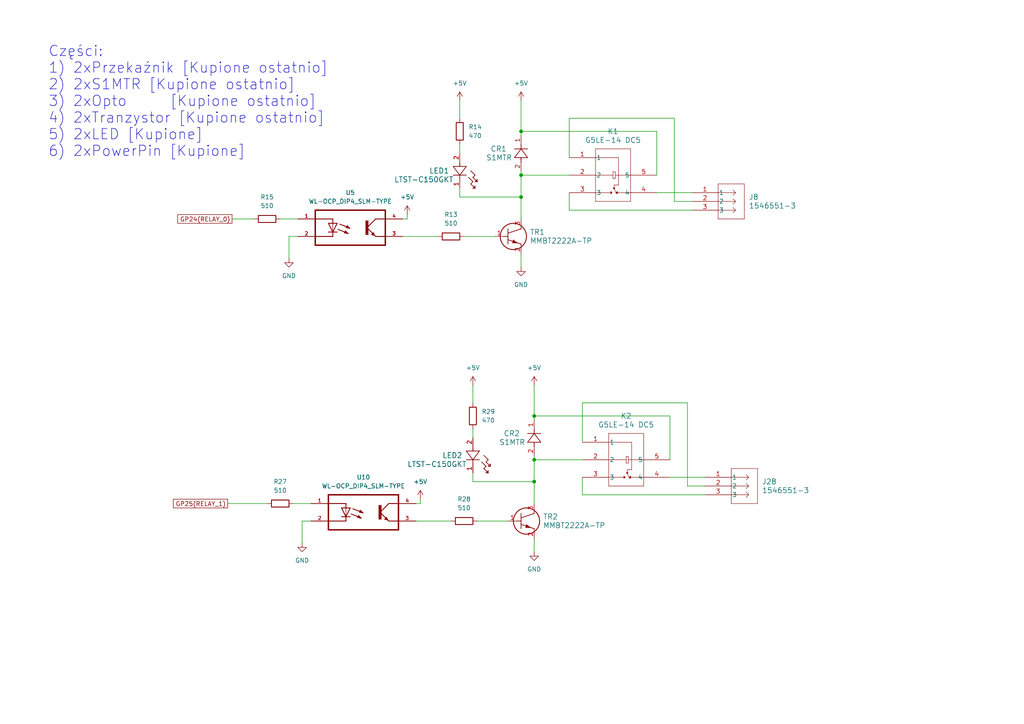
<source format=kicad_sch>
(kicad_sch (version 20230121) (generator eeschema)
  (paper "A4")
  (lib_symbols
    (symbol "1546551_3:1546551-3" (pin_names (offset 0.254))
      (property "Reference" "J" (at 10.16 5.08 0))
      (property "Value" "1546551-3" (at 11.43 5.08 0))
      (symbol "1546551-3_0_1"
        (polyline (pts (xy 7.62 -7.62) (xy 15.24 -7.62)) (stroke (width 0.127)))
        (polyline (pts (xy 7.62 -5.08) (xy 12.7 -5.08)) (stroke (width 0.127)))
        (polyline (pts (xy 7.62 -2.54) (xy 12.7 -2.54)) (stroke (width 0.127)))
        (polyline (pts (xy 7.62 0) (xy 12.7 0)) (stroke (width 0.127)))
        (polyline (pts (xy 7.62 2.54) (xy 7.62 -7.62)) (stroke (width 0.127)))
        (polyline (pts (xy 12.7 -5.08) (xy 11.938 -5.842)) (stroke (width 0.127)))
        (polyline (pts (xy 12.7 -5.08) (xy 11.938 -4.318)) (stroke (width 0.127)))
        (polyline (pts (xy 12.7 -2.54) (xy 11.938 -3.302)) (stroke (width 0.127)))
        (polyline (pts (xy 12.7 -2.54) (xy 11.938 -1.778)) (stroke (width 0.127)))
        (polyline (pts (xy 12.7 0) (xy 11.938 -0.762)) (stroke (width 0.127)))
        (polyline (pts (xy 12.7 0) (xy 11.938 0.762)) (stroke (width 0.127)))
        (polyline (pts (xy 15.24 -7.62) (xy 15.24 2.54)) (stroke (width 0.127)))
        (polyline (pts (xy 15.24 2.54) (xy 7.62 2.54)) (stroke (width 0.127)))
        (pin unspecified line (at 0 0 0) (length 7.62) (name "1") (number "1"))
        (pin unspecified line (at 0 -2.54 0) (length 7.62) (name "2") (number "2"))
        (pin unspecified line (at 0 -5.08 0) (length 7.62) (name "3") (number "3"))
      )
    )
    (symbol "Device:R" (pin_numbers hide) (pin_names (offset 0))
      (property "Reference" "R" (at 2.032 0 90))
      (property "Value" "R" (at 0 0 90))
      (symbol "R_0_1"
        (rectangle (start -1.016 -2.54) (end 1.016 2.54) (stroke (width 0.254)))
      )
      (symbol "R_1_1"
        (pin passive line (at 0 3.81 270) (length 1.27) (name "~") (number "1"))
        (pin passive line (at 0 -3.81 90) (length 1.27) (name "~") (number "2"))
      )
    )
    (symbol "G5LE_14_DC5:G5LE-14_DC5" (pin_names (offset 0.254))
      (property "Reference" "K" (at 12.7 7.62 0))
      (property "Value" "G5LE-14 DC5" (at 20.32 5.08 0))
      (symbol "G5LE-14_DC5_0_1"
        (polyline (pts (xy 7.62 -12.7) (xy 17.78 -12.7)) (stroke (width 0.127)))
        (polyline (pts (xy 7.62 -10.16) (xy 12.065 -10.16)) (stroke (width 0.127)))
        (polyline (pts (xy 7.62 -5.08) (xy 12.7 -5.08)) (stroke (width 0.127)))
        (polyline (pts (xy 7.62 0) (xy 14.2875 0)) (stroke (width 0.127)))
        (polyline (pts (xy 7.62 2.54) (xy 7.62 -12.7)) (stroke (width 0.127)))
        (polyline (pts (xy 12.065 -10.4775) (xy 12.3825 -10.16)) (stroke (width 0.127)))
        (polyline (pts (xy 12.065 -9.8425) (xy 12.065 -10.4775)) (stroke (width 0.127)))
        (polyline (pts (xy 12.3825 -10.16) (xy 12.065 -9.8425)) (stroke (width 0.127)))
        (polyline (pts (xy 12.7 -6.0325) (xy 13.335 -6.0325)) (stroke (width 0.127)))
        (polyline (pts (xy 12.7 -4.1275) (xy 12.7 -6.0325)) (stroke (width 0.127)))
        (polyline (pts (xy 12.7 -4.1275) (xy 13.335 -4.1275)) (stroke (width 0.127)))
        (polyline (pts (xy 13.0175 -8.89) (xy 13.0175 -7.9375)) (stroke (width 0.127)))
        (polyline (pts (xy 13.0175 -7.9375) (xy 14.2875 -7.9375)) (stroke (width 0.127)))
        (polyline (pts (xy 13.335 -5.08) (xy 17.78 -5.08)) (stroke (width 0.127)))
        (polyline (pts (xy 13.335 -4.1275) (xy 13.335 -6.0325)) (stroke (width 0.127)))
        (polyline (pts (xy 13.6525 -10.4775) (xy 13.0175 -8.89)) (stroke (width 0.127)))
        (polyline (pts (xy 13.6525 -10.16) (xy 13.97 -10.4775)) (stroke (width 0.127)))
        (polyline (pts (xy 13.6525 -10.16) (xy 13.97 -9.8425)) (stroke (width 0.127)))
        (polyline (pts (xy 13.6525 -10.16) (xy 17.78 -10.16)) (stroke (width 0.127)))
        (polyline (pts (xy 13.97 -9.8425) (xy 13.97 -10.4775)) (stroke (width 0.127)))
        (polyline (pts (xy 14.2875 0) (xy 14.2875 -7.9375)) (stroke (width 0.127)))
        (polyline (pts (xy 17.78 2.54) (xy 7.62 2.54)) (stroke (width 0.127)))
        (polyline (pts (xy 17.78 2.54) (xy 17.78 -12.7)) (stroke (width 0.127)))
        (polyline (pts (xy 12.065 -9.8425) (xy 12.3825 -10.16) (xy 12.065 -10.4775)) (fill (type outline)))
        (polyline (pts (xy 13.6525 -10.16) (xy 13.97 -9.8425) (xy 13.97 -10.4775)) (fill (type outline)))
        (circle (center 13.0175 -8.89) (radius 0.1524) (stroke (width 0.254)))
        (pin unspecified line (at 0 0 0) (length 7.62) (name "1") (number "1"))
        (pin unspecified line (at 0 -5.08 0) (length 7.62) (name "2") (number "2"))
        (pin unspecified line (at 0 -10.16 0) (length 7.62) (name "3") (number "3"))
        (pin unspecified line (at 25.4 -10.16 180) (length 7.62) (name "4") (number "4"))
        (pin unspecified line (at 25.4 -5.08 180) (length 7.62) (name "5") (number "5"))
      )
    )
    (symbol "LTST_C150GKT:LTST-C150GKT" (pin_names (offset 0.254))
      (property "Reference" "LED" (at 5.08 -4.445 0))
      (property "Value" "LTST-C150GKT" (at 5.08 -7.62 0))
      (symbol "LTST-C150GKT_1_1"
        (polyline (pts (xy 2.54 0) (xy 3.4798 0)) (stroke (width 0.2032)))
        (polyline (pts (xy 3.175 0) (xy 3.81 0)) (stroke (width 0.2032)))
        (polyline (pts (xy 3.81 -1.905) (xy 6.35 0)) (stroke (width 0.2032)))
        (polyline (pts (xy 3.81 1.905) (xy 3.81 -1.905)) (stroke (width 0.2032)))
        (polyline (pts (xy 5.08 3.175) (xy 6.35 4.445)) (stroke (width 0.2032)))
        (polyline (pts (xy 6.35 -1.905) (xy 6.35 1.905)) (stroke (width 0.2032)))
        (polyline (pts (xy 6.35 0) (xy 3.81 1.905)) (stroke (width 0.2032)))
        (polyline (pts (xy 6.35 0) (xy 7.62 0)) (stroke (width 0.2032)))
        (polyline (pts (xy 6.35 4.445) (xy 6.985 3.81)) (stroke (width 0.2032)))
        (polyline (pts (xy 6.985 2.54) (xy 8.255 3.81)) (stroke (width 0.2032)))
        (polyline (pts (xy 6.985 3.81) (xy 8.255 5.08)) (stroke (width 0.2032)))
        (polyline (pts (xy 7.62 5.08) (xy 8.255 4.445)) (stroke (width 0.2032)))
        (polyline (pts (xy 8.255 3.81) (xy 8.89 3.175)) (stroke (width 0.2032)))
        (polyline (pts (xy 8.255 4.445) (xy 8.255 5.08)) (stroke (width 0.2032)))
        (polyline (pts (xy 8.255 5.08) (xy 7.62 5.08)) (stroke (width 0.2032)))
        (polyline (pts (xy 8.89 3.175) (xy 10.16 4.445)) (stroke (width 0.2032)))
        (polyline (pts (xy 9.525 4.445) (xy 10.16 3.81)) (stroke (width 0.2032)))
        (polyline (pts (xy 10.16 3.81) (xy 10.16 4.445)) (stroke (width 0.2032)))
        (polyline (pts (xy 10.16 4.445) (xy 9.525 4.445)) (stroke (width 0.2032)))
        (pin unspecified line (at 10.16 0 180) (length 2.54) (name "") (number "1"))
        (pin unspecified line (at 0 0 0) (length 2.54) (name "") (number "2"))
      )
      (symbol "LTST-C150GKT_1_2"
        (polyline (pts (xy -5.08 7.62) (xy -4.445 8.255)) (stroke (width 0.2032)))
        (polyline (pts (xy -5.08 8.255) (xy -5.08 7.62)) (stroke (width 0.2032)))
        (polyline (pts (xy -4.445 6.35) (xy -3.81 6.985)) (stroke (width 0.2032)))
        (polyline (pts (xy -4.445 8.255) (xy -5.08 8.255)) (stroke (width 0.2032)))
        (polyline (pts (xy -4.445 9.525) (xy -3.81 10.16)) (stroke (width 0.2032)))
        (polyline (pts (xy -4.445 10.16) (xy -4.445 9.525)) (stroke (width 0.2032)))
        (polyline (pts (xy -3.81 6.985) (xy -5.08 8.255)) (stroke (width 0.2032)))
        (polyline (pts (xy -3.81 8.255) (xy -3.175 8.89)) (stroke (width 0.2032)))
        (polyline (pts (xy -3.81 10.16) (xy -4.445 10.16)) (stroke (width 0.2032)))
        (polyline (pts (xy -3.175 5.08) (xy -4.445 6.35)) (stroke (width 0.2032)))
        (polyline (pts (xy -3.175 8.89) (xy -4.445 10.16)) (stroke (width 0.2032)))
        (polyline (pts (xy -2.54 6.985) (xy -3.81 8.255)) (stroke (width 0.2032)))
        (polyline (pts (xy -1.905 3.81) (xy 1.905 3.81)) (stroke (width 0.2032)))
        (polyline (pts (xy 0 2.54) (xy 0 3.4798)) (stroke (width 0.2032)))
        (polyline (pts (xy 0 3.175) (xy 0 3.81)) (stroke (width 0.2032)))
        (polyline (pts (xy 0 6.35) (xy -1.905 3.81)) (stroke (width 0.2032)))
        (polyline (pts (xy 0 6.35) (xy 0 7.62)) (stroke (width 0.2032)))
        (polyline (pts (xy 1.905 3.81) (xy 0 6.35)) (stroke (width 0.2032)))
        (polyline (pts (xy 1.905 6.35) (xy -1.905 6.35)) (stroke (width 0.2032)))
        (pin unspecified line (at 0 10.16 270) (length 2.54) (name "") (number "1"))
        (pin unspecified line (at 0 0 90) (length 2.54) (name "") (number "2"))
      )
    )
    (symbol "MMBT2222A_TP:MMBT2222A-TP" (pin_names (offset 0.254))
      (property "Reference" "TR" (at 10.16 2.54 0))
      (property "Value" "MMBT2222A-TP" (at 10.16 -2.54 0))
      (symbol "MMBT2222A-TP_0_1"
        (polyline (pts (xy 2.54 0) (xy 3.81 0)) (stroke (width 0.2032)))
        (polyline (pts (xy 3.81 -2.2098) (xy 3.81 2.2098)) (stroke (width 0.2032)))
        (polyline (pts (xy 3.81 -0.9398) (xy 7.62 -2.2098)) (stroke (width 0.2032)))
        (polyline (pts (xy 3.81 0.9398) (xy 7.62 2.2098)) (stroke (width 0.2032)))
        (polyline (pts (xy 7.62 -2.54) (xy 7.62 -2.2098)) (stroke (width 0.2032)))
        (polyline (pts (xy 7.62 2.2098) (xy 7.62 2.54)) (stroke (width 0.2032)))
        (polyline (pts (xy 5.3848 -0.9398) (xy 5.08 -1.905) (xy 6.6548 -1.905)) (stroke (width 0.0254)) (fill (type outline)))
        (circle (center 5.3848 0) (radius 3.81) (stroke (width 0.254)))
        (pin unspecified line (at 0 0 0) (length 2.54) (name "") (number "1"))
        (pin unspecified line (at 7.62 -5.08 90) (length 2.54) (name "") (number "2"))
        (pin unspecified line (at 7.62 5.08 270) (length 2.54) (name "") (number "3"))
      )
    )
    (symbol "S1MTR:S1MTR" (pin_names (offset 0.254))
      (property "Reference" "CR" (at 5.08 4.445 0))
      (property "Value" "S1MTR" (at 5.08 -3.81 0))
      (symbol "S1MTR_1_1"
        (polyline (pts (xy 2.54 0) (xy 3.4798 0)) (stroke (width 0.2032)))
        (polyline (pts (xy 3.175 0) (xy 3.81 0)) (stroke (width 0.2032)))
        (polyline (pts (xy 3.81 -1.905) (xy 6.35 0)) (stroke (width 0.2032)))
        (polyline (pts (xy 3.81 1.905) (xy 3.81 -1.905)) (stroke (width 0.2032)))
        (polyline (pts (xy 6.35 -1.905) (xy 6.35 1.905)) (stroke (width 0.2032)))
        (polyline (pts (xy 6.35 0) (xy 3.81 1.905)) (stroke (width 0.2032)))
        (polyline (pts (xy 6.35 0) (xy 7.62 0)) (stroke (width 0.2032)))
        (pin unspecified line (at 10.16 0 180) (length 2.54) (name "") (number "1"))
        (pin unspecified line (at 0 0 0) (length 2.54) (name "") (number "2"))
      )
      (symbol "S1MTR_1_2"
        (polyline (pts (xy -1.905 3.81) (xy 1.905 3.81)) (stroke (width 0.2032)))
        (polyline (pts (xy 0 2.54) (xy 0 3.4798)) (stroke (width 0.2032)))
        (polyline (pts (xy 0 3.175) (xy 0 3.81)) (stroke (width 0.2032)))
        (polyline (pts (xy 0 6.35) (xy -1.905 3.81)) (stroke (width 0.2032)))
        (polyline (pts (xy 0 6.35) (xy 0 7.62)) (stroke (width 0.2032)))
        (polyline (pts (xy 1.905 3.81) (xy 0 6.35)) (stroke (width 0.2032)))
        (polyline (pts (xy 1.905 6.35) (xy -1.905 6.35)) (stroke (width 0.2032)))
        (pin unspecified line (at 0 10.16 270) (length 2.54) (name "") (number "1"))
        (pin unspecified line (at 0 0 90) (length 2.54) (name "") (number "2"))
      )
    )
    (symbol "WL-OCPT_DIP4_SLM-TYPE:WL-OCPT_DIP4_SML-TYPE"
      (property "Reference" "U" (at 0 7.62 0))
      (property "Value" "WL-OCP_DIP4_SLM-TYPE" (at 0 7.62 0))
      (symbol "WL-OCPT_DIP4_SML-TYPE_0_0"
        (polyline (pts (xy -10.16 -5.08) (xy 10.16 -5.08)) (stroke (width 0.4064)))
        (polyline (pts (xy -10.16 -2.54) (xy -10.16 -5.08)) (stroke (width 0.4064)))
        (polyline (pts (xy -10.16 -2.54) (xy -10.16 2.54)) (stroke (width 0.4064)))
        (polyline (pts (xy -10.16 2.54) (xy -10.16 5.08)) (stroke (width 0.4064)))
        (polyline (pts (xy -10.16 2.54) (xy -5.08 2.54)) (stroke (width 0.254)))
        (polyline (pts (xy -10.16 5.08) (xy 10.16 5.08)) (stroke (width 0.4064)))
        (polyline (pts (xy -5.08 -2.54) (xy -10.16 -2.54)) (stroke (width 0.254)))
        (polyline (pts (xy -5.08 -1.27) (xy -6.35 -1.27)) (stroke (width 0.254)))
        (polyline (pts (xy -5.08 -1.27) (xy -6.35 1.27)) (stroke (width 0.254)))
        (polyline (pts (xy -5.08 -1.27) (xy -5.08 -2.54)) (stroke (width 0.254)))
        (polyline (pts (xy -5.08 1.27) (xy -6.35 1.27)) (stroke (width 0.254)))
        (polyline (pts (xy -5.08 1.27) (xy -5.08 -1.27)) (stroke (width 0.1524)))
        (polyline (pts (xy -5.08 1.27) (xy -5.08 2.54)) (stroke (width 0.254)))
        (polyline (pts (xy -3.81 -1.27) (xy -5.08 -1.27)) (stroke (width 0.254)))
        (polyline (pts (xy -3.81 1.27) (xy -5.08 -1.27)) (stroke (width 0.254)))
        (polyline (pts (xy -3.81 1.27) (xy -5.08 1.27)) (stroke (width 0.254)))
        (polyline (pts (xy -3.556 -0.508) (xy -1.524 -1.27)) (stroke (width 0.254)))
        (polyline (pts (xy -3.048 1.016) (xy -1.016 0.254)) (stroke (width 0.254)))
        (polyline (pts (xy 4.826 0) (xy 7.366 -2.54)) (stroke (width 0.254)))
        (polyline (pts (xy 4.826 0) (xy 7.366 2.54)) (stroke (width 0.254)))
        (polyline (pts (xy 7.366 -2.54) (xy 10.16 -2.54)) (stroke (width 0.254)))
        (polyline (pts (xy 9.906 2.54) (xy 7.366 2.54)) (stroke (width 0.254)))
        (polyline (pts (xy 10.16 -5.08) (xy 10.16 -2.54)) (stroke (width 0.4064)))
        (polyline (pts (xy 10.16 -2.54) (xy 10.16 5.08)) (stroke (width 0.4064)))
        (polyline (pts (xy -1.397 -0.889) (xy -0.508 -1.778) (xy -1.778 -1.524) (xy -1.397 -0.889)) (stroke (width 0.1524)) (fill (type outline)))
        (polyline (pts (xy -0.889 0.635) (xy 0 -0.254) (xy -1.27 0) (xy -0.889 0.635)) (stroke (width 0.1524)) (fill (type outline)))
        (polyline (pts (xy 6.731 -1.397) (xy 6.096 -2.032) (xy 7.112 -2.286) (xy 6.731 -1.397)) (stroke (width 0.1524)) (fill (type outline)))
        (rectangle (start 4.4497 -2.0342) (end 5.207 2.032) (stroke (width 0.1)) (fill (type outline)))
        (pin passive line (at -15.24 2.54 0) (length 5.08) (name "~") (number "1"))
        (pin passive line (at -15.24 -2.54 0) (length 5.08) (name "~") (number "2"))
        (pin passive line (at 15.24 -2.54 180) (length 5.08) (name "~") (number "3"))
        (pin passive line (at 15.24 2.54 180) (length 5.08) (name "~") (number "4"))
      )
    )
    (symbol "power:+5V" (power) (pin_names (offset 0))
      (property "Value" "+5V" (at 0 3.556 0))
      (symbol "+5V_0_1"
        (polyline (pts (xy -0.762 1.27) (xy 0 2.54)))
        (polyline (pts (xy 0 0) (xy 0 2.54)))
        (polyline (pts (xy 0 2.54) (xy 0.762 1.27)))
      )
      (symbol "+5V_1_1"
        (pin power_in line (at 0 0 90) (length 0) hide (name "+5V") (number "1"))
      )
    )
    (symbol "power:GND" (power) (pin_names (offset 0))
      (property "Value" "GND" (at 0 -3.81 0))
      (symbol "GND_0_1"
        (polyline (pts (xy 0 0) (xy 0 -1.27) (xy 1.27 -1.27) (xy 0 -2.54) (xy -1.27 -1.27) (xy 0 -1.27)))
      )
      (symbol "GND_1_1"
        (pin power_in line (at 0 0 270) (length 0) hide (name "GND") (number "1"))
      )
    )
  )
  (junction (at 151.13 57.15))
  (junction (at 154.94 133.35))
  (junction (at 154.94 120.65))
  (junction (at 151.13 50.8))
  (junction (at 151.13 38.1))
  (junction (at 154.94 139.7))
  (wire (pts (xy 133.35 57.15) (xy 151.13 57.15)))
  (wire (pts (xy 154.94 156.21) (xy 154.94 160.02)))
  (wire (pts (xy 116.84 68.58) (xy 127 68.58)))
  (wire (pts (xy 190.5 55.88) (xy 200.66 55.88)))
  (wire (pts (xy 165.1 34.29) (xy 195.58 34.29)))
  (wire (pts (xy 151.13 29.21) (xy 151.13 38.1)))
  (wire (pts (xy 199.39 140.97) (xy 204.47 140.97)))
  (wire (pts (xy 137.16 137.16) (xy 137.16 139.7)))
  (wire (pts (xy 83.82 74.93) (xy 83.82 68.58)))
  (wire (pts (xy 118.11 63.5) (xy 118.11 62.23)))
  (wire (pts (xy 154.94 120.65) (xy 154.94 121.92)))
  (wire (pts (xy 154.94 133.35) (xy 168.91 133.35)))
  (wire (pts (xy 120.65 151.13) (xy 130.81 151.13)))
  (wire (pts (xy 194.31 120.65) (xy 154.94 120.65)))
  (wire (pts (xy 151.13 50.8) (xy 151.13 57.15)))
  (wire (pts (xy 154.94 111.76) (xy 154.94 120.65)))
  (wire (pts (xy 67.31 63.5) (xy 73.66 63.5)))
  (wire (pts (xy 66.04 146.05) (xy 77.47 146.05)))
  (wire (pts (xy 151.13 50.8) (xy 165.1 50.8)))
  (wire (pts (xy 137.16 124.46) (xy 137.16 127)))
  (wire (pts (xy 190.5 38.1) (xy 151.13 38.1)))
  (wire (pts (xy 199.39 116.84) (xy 199.39 140.97)))
  (wire (pts (xy 138.43 151.13) (xy 147.32 151.13)))
  (wire (pts (xy 87.63 157.48) (xy 87.63 151.13)))
  (wire (pts (xy 85.09 146.05) (xy 90.17 146.05)))
  (wire (pts (xy 168.91 143.51) (xy 168.91 138.43)))
  (wire (pts (xy 195.58 34.29) (xy 195.58 58.42)))
  (wire (pts (xy 121.92 146.05) (xy 121.92 144.78)))
  (wire (pts (xy 168.91 116.84) (xy 199.39 116.84)))
  (wire (pts (xy 137.16 111.76) (xy 137.16 116.84)))
  (wire (pts (xy 154.94 139.7) (xy 154.94 146.05)))
  (wire (pts (xy 120.65 146.05) (xy 121.92 146.05)))
  (wire (pts (xy 81.28 63.5) (xy 86.36 63.5)))
  (wire (pts (xy 154.94 133.35) (xy 154.94 132.08)))
  (wire (pts (xy 151.13 50.8) (xy 151.13 49.53)))
  (wire (pts (xy 168.91 128.27) (xy 168.91 116.84)))
  (wire (pts (xy 151.13 38.1) (xy 151.13 39.37)))
  (wire (pts (xy 133.35 29.21) (xy 133.35 34.29)))
  (wire (pts (xy 116.84 63.5) (xy 118.11 63.5)))
  (wire (pts (xy 133.35 54.61) (xy 133.35 57.15)))
  (wire (pts (xy 83.82 68.58) (xy 86.36 68.58)))
  (wire (pts (xy 165.1 60.96) (xy 165.1 55.88)))
  (wire (pts (xy 154.94 133.35) (xy 154.94 139.7)))
  (wire (pts (xy 151.13 73.66) (xy 151.13 77.47)))
  (wire (pts (xy 87.63 151.13) (xy 90.17 151.13)))
  (wire (pts (xy 194.31 138.43) (xy 204.47 138.43)))
  (wire (pts (xy 151.13 57.15) (xy 151.13 63.5)))
  (wire (pts (xy 195.58 58.42) (xy 200.66 58.42)))
  (wire (pts (xy 190.5 50.8) (xy 190.5 38.1)))
  (wire (pts (xy 133.35 41.91) (xy 133.35 44.45)))
  (wire (pts (xy 200.66 60.96) (xy 165.1 60.96)))
  (wire (pts (xy 165.1 45.72) (xy 165.1 34.29)))
  (wire (pts (xy 194.31 133.35) (xy 194.31 120.65)))
  (wire (pts (xy 204.47 143.51) (xy 168.91 143.51)))
  (wire (pts (xy 137.16 139.7) (xy 154.94 139.7)))
  (wire (pts (xy 134.62 68.58) (xy 143.51 68.58)))
  (text "Części:\n1) 2xPrzekaźnik [Kupione ostatnio]\n2) 2xS1MTR [Kupione ostatnio] \n3) 2xOpto	[Kupione ostatnio]\n4) 2xTranzystor [Kupione ostatnio]\n5) 2xLED [Kupione]\n6) 2xPowerPin [Kupione]" (at 13.97 45.72 0) (effects (font (size 3 3)) (justify left bottom)))
  (global_label "GP25(RELAY_1)" (shape passive) (at 66.04 146.05 180) (property "Intersheetrefs" "${INTERSHEET_REFS}" (effects hide)))
  (global_label "GP24(RELAY_0)" (shape passive) (at 67.31 63.5 180) (property "Intersheetrefs" "${INTERSHEET_REFS}" (effects hide)))
  (symbol (lib_id "Device:R") (at 137.16 120.65 0) (unit 1)
    (property "Reference" "R29" (at 139.7 119.38 0) (effects (justify left)))
    (property "Value" "470" (at 139.7 121.92 0) (effects (justify left)))
    (property "Footprint" "Resistor_SMD:R_1206_3216Metric" (effects hide))
  )
  (symbol (lib_id "S1MTR:S1MTR") (at 151.13 49.53 90) (unit 1)
    (property "Reference" "CR1" (at 142.24 43.18 90) (effects (font (size 1.524 1.524)) (justify right)))
    (property "Value" "S1MTR" (at 140.97 45.72 90) (effects (font (size 1.524 1.524)) (justify right)))
    (property "Footprint" "S1MTR:SMA_SDS" (effects hide))
    (property "Datasheet" "S1MTR" (effects hide))
  )
  (symbol (lib_id "Device:R") (at 134.62 151.13 90) (unit 1)
    (property "Reference" "R28" (at 134.62 144.78 90))
    (property "Value" "510" (at 134.62 147.32 90))
    (property "Footprint" "Resistor_SMD:R_1206_3216Metric" (effects hide))
  )
  (symbol (lib_id "G5LE_14_DC5:G5LE-14_DC5") (at 168.91 128.27 0) (unit 1)
    (property "Reference" "K2" (at 181.61 120.65 0) (effects (font (size 1.524 1.524))))
    (property "Value" "G5LE-14 DC5" (at 181.61 123.19 0) (effects (font (size 1.524 1.524))))
    (property "Footprint" "G5LE_14_DC5:RELAY_G5LE-1 DC5_OMR" (effects hide))
    (property "Datasheet" "G5LE-14 DC5" (effects hide))
  )
  (symbol (lib_id "power:GND") (at 87.63 157.48 0) (unit 1)
    (property "Reference" "#PWR071" (effects hide))
    (property "Value" "GND" (at 87.63 162.56 0))
  )
  (symbol (lib_id "G5LE_14_DC5:G5LE-14_DC5") (at 165.1 45.72 0) (unit 1)
    (property "Reference" "K1" (at 177.8 38.1 0) (effects (font (size 1.524 1.524))))
    (property "Value" "G5LE-14 DC5" (at 177.8 40.64 0) (effects (font (size 1.524 1.524))))
    (property "Footprint" "G5LE_14_DC5:RELAY_G5LE-1 DC5_OMR" (effects hide))
    (property "Datasheet" "G5LE-14 DC5" (effects hide))
  )
  (symbol (lib_id "1546551_3:1546551-3") (at 204.47 138.43 0) (unit 1)
    (property "Reference" "J28" (at 220.98 139.7 0) (effects (font (size 1.524 1.524)) (justify left)))
    (property "Value" "1546551-3" (at 220.98 142.24 0) (effects (font (size 1.524 1.524)) (justify left)))
    (property "Footprint" "1546551_3:CONN3_1546551-3_TEC" (effects hide))
    (property "Datasheet" "1546551-3" (effects hide))
  )
  (symbol (lib_id "Device:R") (at 77.47 63.5 90) (unit 1)
    (property "Reference" "R15" (at 77.47 57.15 90))
    (property "Value" "510" (at 77.47 59.69 90))
    (property "Footprint" "Resistor_SMD:R_1206_3216Metric" (effects hide))
  )
  (symbol (lib_id "WL-OCPT_DIP4_SLM-TYPE:WL-OCPT_DIP4_SML-TYPE") (at 101.6 66.04 0) (unit 1)
    (property "Reference" "U5" (at 101.6 55.88 0))
    (property "Value" "WL-OCP_DIP4_SLM-TYPE" (at 101.6 58.42 0))
    (property "Footprint" "WL-OCPT_DIP4_SLM-TYPE:WL-OCPT_DIP4_SLM-TYPE" (effects hide))
  )
  (symbol (lib_id "Device:R") (at 133.35 38.1 0) (unit 1)
    (property "Reference" "R14" (at 135.89 36.83 0) (effects (justify left)))
    (property "Value" "470" (at 135.89 39.37 0) (effects (justify left)))
    (property "Footprint" "Resistor_SMD:R_1206_3216Metric" (effects hide))
  )
  (symbol (lib_id "MMBT2222A_TP:MMBT2222A-TP") (at 143.51 68.58 0) (unit 1)
    (property "Reference" "TR1" (at 153.67 67.31 0) (effects (font (size 1.524 1.524)) (justify left)))
    (property "Value" "MMBT2222A-TP" (at 153.67 69.85 0) (effects (font (size 1.524 1.524)) (justify left)))
    (property "Footprint" "MMBT2222A_TP:MTR_MMBT2222A-TP_MCE" (effects hide))
    (property "Datasheet" "MMBT2222A-TP" (effects hide))
  )
  (symbol (lib_id "LTST_C150GKT:LTST-C150GKT") (at 137.16 127 270) (unit 1)
    (property "Reference" "LED2" (at 128.27 132.08 90) (effects (font (size 1.524 1.524)) (justify left)))
    (property "Value" "LTST-C150GKT" (at 118.11 134.62 90) (effects (font (size 1.524 1.524)) (justify left)))
    (property "Footprint" "LTST_C150GKT:LED_LTST-C150GKT_LTO" (effects hide))
    (property "Datasheet" "LTST-C150GKT" (effects hide))
  )
  (symbol (lib_id "Device:R") (at 81.28 146.05 90) (unit 1)
    (property "Reference" "R27" (at 81.28 139.7 90))
    (property "Value" "510" (at 81.28 142.24 90))
    (property "Footprint" "Resistor_SMD:R_1206_3216Metric" (effects hide))
  )
  (symbol (lib_id "LTST_C150GKT:LTST-C150GKT") (at 133.35 44.45 270) (unit 1)
    (property "Reference" "LED1" (at 124.46 49.53 90) (effects (font (size 1.524 1.524)) (justify left)))
    (property "Value" "LTST-C150GKT" (at 114.3 52.07 90) (effects (font (size 1.524 1.524)) (justify left)))
    (property "Footprint" "LTST_C150GKT:LED_LTST-C150GKT_LTO" (effects hide))
    (property "Datasheet" "LTST-C150GKT" (effects hide))
  )
  (symbol (lib_id "power:+5V") (at 121.92 144.78 0) (unit 1)
    (property "Reference" "#PWR098" (effects hide))
    (property "Value" "+5V" (at 121.92 139.7 0))
  )
  (symbol (lib_id "WL-OCPT_DIP4_SLM-TYPE:WL-OCPT_DIP4_SML-TYPE") (at 105.41 148.59 0) (unit 1)
    (property "Reference" "U10" (at 105.41 138.43 0))
    (property "Value" "WL-OCP_DIP4_SLM-TYPE" (at 105.41 140.97 0))
    (property "Footprint" "WL-OCPT_DIP4_SLM-TYPE:WL-OCPT_DIP4_SLM-TYPE" (effects hide))
  )
  (symbol (lib_id "power:GND") (at 154.94 160.02 0) (unit 1)
    (property "Reference" "#PWR0101" (effects hide))
    (property "Value" "GND" (at 154.94 165.1 0))
  )
  (symbol (lib_id "power:GND") (at 151.13 77.47 0) (unit 1)
    (property "Reference" "#PWR040" (effects hide))
    (property "Value" "GND" (at 151.13 82.55 0))
  )
  (symbol (lib_id "power:+5V") (at 118.11 62.23 0) (unit 1)
    (property "Reference" "#PWR039" (effects hide))
    (property "Value" "+5V" (at 118.11 57.15 0))
  )
  (symbol (lib_id "power:+5V") (at 137.16 111.76 0) (unit 1)
    (property "Reference" "#PWR099" (effects hide))
    (property "Value" "+5V" (at 137.16 106.68 0))
  )
  (symbol (lib_id "MMBT2222A_TP:MMBT2222A-TP") (at 147.32 151.13 0) (unit 1)
    (property "Reference" "TR2" (at 157.48 149.86 0) (effects (font (size 1.524 1.524)) (justify left)))
    (property "Value" "MMBT2222A-TP" (at 157.48 152.4 0) (effects (font (size 1.524 1.524)) (justify left)))
    (property "Footprint" "MMBT2222A_TP:MTR_MMBT2222A-TP_MCE" (effects hide))
    (property "Datasheet" "MMBT2222A-TP" (effects hide))
  )
  (symbol (lib_id "Device:R") (at 130.81 68.58 90) (unit 1)
    (property "Reference" "R13" (at 130.81 62.23 90))
    (property "Value" "510" (at 130.81 64.77 90))
    (property "Footprint" "Resistor_SMD:R_1206_3216Metric" (effects hide))
  )
  (symbol (lib_id "power:+5V") (at 154.94 111.76 0) (unit 1)
    (property "Reference" "#PWR0100" (effects hide))
    (property "Value" "+5V" (at 154.94 106.68 0))
  )
  (symbol (lib_id "power:GND") (at 83.82 74.93 0) (unit 1)
    (property "Reference" "#PWR043" (effects hide))
    (property "Value" "GND" (at 83.82 80.01 0))
  )
  (symbol (lib_id "power:+5V") (at 133.35 29.21 0) (unit 1)
    (property "Reference" "#PWR042" (effects hide))
    (property "Value" "+5V" (at 133.35 24.13 0))
  )
  (symbol (lib_id "1546551_3:1546551-3") (at 200.66 55.88 0) (unit 1)
    (property "Reference" "J8" (at 217.17 57.15 0) (effects (font (size 1.524 1.524)) (justify left)))
    (property "Value" "1546551-3" (at 217.17 59.69 0) (effects (font (size 1.524 1.524)) (justify left)))
    (property "Footprint" "1546551_3:CONN3_1546551-3_TEC" (effects hide))
    (property "Datasheet" "1546551-3" (effects hide))
  )
  (symbol (lib_id "power:+5V") (at 151.13 29.21 0) (unit 1)
    (property "Reference" "#PWR041" (effects hide))
    (property "Value" "+5V" (at 151.13 24.13 0))
  )
  (symbol (lib_id "S1MTR:S1MTR") (at 154.94 132.08 90) (unit 1)
    (property "Reference" "CR2" (at 146.05 125.73 90) (effects (font (size 1.524 1.524)) (justify right)))
    (property "Value" "S1MTR" (at 144.78 128.27 90) (effects (font (size 1.524 1.524)) (justify right)))
    (property "Footprint" "S1MTR:SMA_SDS" (effects hide))
    (property "Datasheet" "S1MTR" (effects hide))
  )
)
</source>
